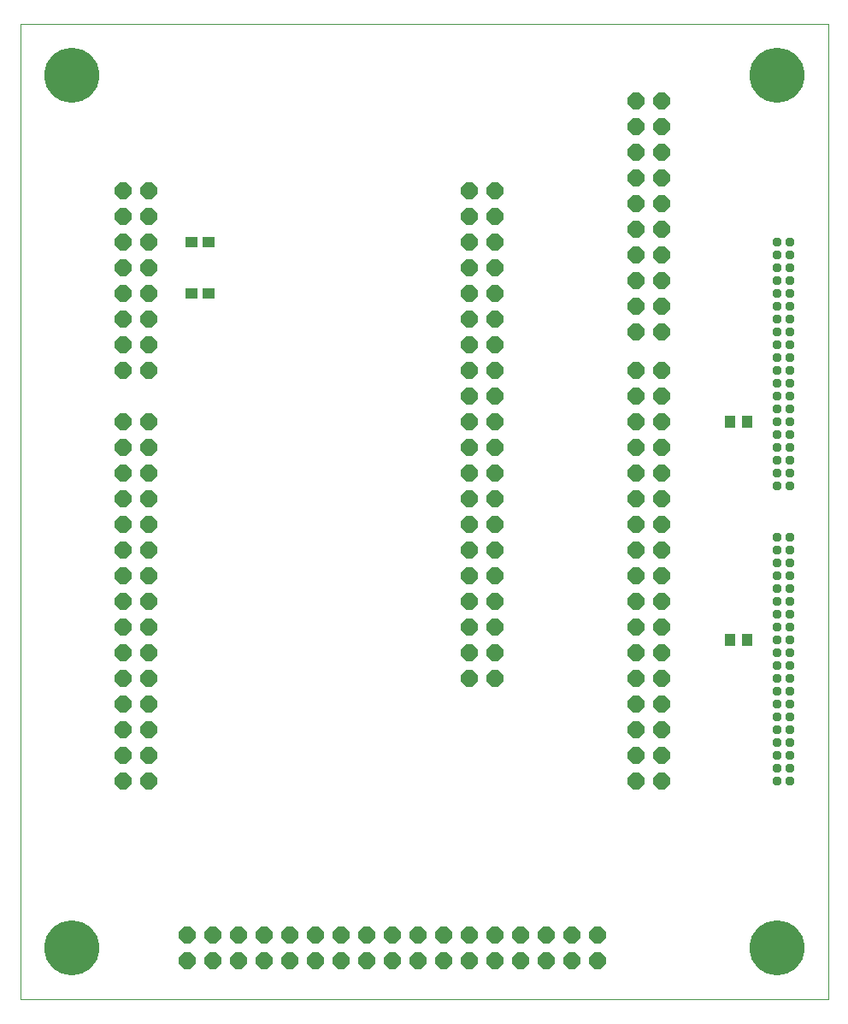
<source format=gts>
G75*
%MOIN*%
%OFA0B0*%
%FSLAX25Y25*%
%IPPOS*%
%LPD*%
%AMOC8*
5,1,8,0,0,1.08239X$1,22.5*
%
%ADD10C,0.00000*%
%ADD11C,0.21400*%
%ADD12OC8,0.03400*%
%ADD13OC8,0.06400*%
%ADD14R,0.04337X0.04731*%
%ADD15R,0.04731X0.04337*%
D10*
X0038933Y0038933D02*
X0038933Y0418933D01*
X0353933Y0418933D01*
X0353933Y0038933D01*
X0038933Y0038933D01*
D11*
X0058933Y0058933D03*
X0333933Y0058933D03*
X0333933Y0398933D03*
X0058933Y0398933D03*
D12*
X0333933Y0333933D03*
X0333933Y0328933D03*
X0333933Y0323933D03*
X0333933Y0318933D03*
X0333933Y0313933D03*
X0338933Y0313933D03*
X0338933Y0318933D03*
X0338933Y0323933D03*
X0338933Y0328933D03*
X0338933Y0333933D03*
X0338933Y0308933D03*
X0338933Y0303933D03*
X0338933Y0298933D03*
X0338933Y0293933D03*
X0338933Y0288933D03*
X0338933Y0283933D03*
X0333933Y0283933D03*
X0333933Y0288933D03*
X0333933Y0293933D03*
X0333933Y0298933D03*
X0333933Y0303933D03*
X0333933Y0308933D03*
X0333933Y0278933D03*
X0333933Y0273933D03*
X0333933Y0268933D03*
X0333933Y0263933D03*
X0333933Y0258933D03*
X0333933Y0253933D03*
X0338933Y0253933D03*
X0338933Y0258933D03*
X0338933Y0263933D03*
X0338933Y0268933D03*
X0338933Y0273933D03*
X0338933Y0278933D03*
X0338933Y0248933D03*
X0338933Y0243933D03*
X0338933Y0238933D03*
X0333933Y0238933D03*
X0333933Y0243933D03*
X0333933Y0248933D03*
X0333933Y0218933D03*
X0338933Y0218933D03*
X0338933Y0213933D03*
X0338933Y0208933D03*
X0338933Y0203933D03*
X0338933Y0198933D03*
X0338933Y0193933D03*
X0338933Y0188933D03*
X0333933Y0188933D03*
X0333933Y0193933D03*
X0333933Y0198933D03*
X0333933Y0203933D03*
X0333933Y0208933D03*
X0333933Y0213933D03*
X0333933Y0183933D03*
X0333933Y0178933D03*
X0333933Y0173933D03*
X0333933Y0168933D03*
X0333933Y0163933D03*
X0333933Y0158933D03*
X0338933Y0158933D03*
X0338933Y0163933D03*
X0338933Y0168933D03*
X0338933Y0173933D03*
X0338933Y0178933D03*
X0338933Y0183933D03*
X0338933Y0153933D03*
X0338933Y0148933D03*
X0338933Y0143933D03*
X0338933Y0138933D03*
X0338933Y0133933D03*
X0338933Y0128933D03*
X0333933Y0128933D03*
X0333933Y0133933D03*
X0333933Y0138933D03*
X0333933Y0143933D03*
X0333933Y0148933D03*
X0333933Y0153933D03*
X0333933Y0123933D03*
X0338933Y0123933D03*
D13*
X0288933Y0123933D03*
X0278933Y0123933D03*
X0278933Y0133933D03*
X0278933Y0143933D03*
X0278933Y0153933D03*
X0288933Y0153933D03*
X0288933Y0143933D03*
X0288933Y0133933D03*
X0288933Y0163933D03*
X0278933Y0163933D03*
X0278933Y0173933D03*
X0278933Y0183933D03*
X0288933Y0183933D03*
X0288933Y0173933D03*
X0288933Y0193933D03*
X0278933Y0193933D03*
X0278933Y0203933D03*
X0278933Y0213933D03*
X0288933Y0213933D03*
X0288933Y0203933D03*
X0288933Y0223933D03*
X0278933Y0223933D03*
X0278933Y0233933D03*
X0278933Y0243933D03*
X0288933Y0243933D03*
X0288933Y0233933D03*
X0288933Y0253933D03*
X0278933Y0253933D03*
X0278933Y0263933D03*
X0278933Y0273933D03*
X0288933Y0273933D03*
X0288933Y0263933D03*
X0288933Y0283933D03*
X0278933Y0283933D03*
X0278933Y0298933D03*
X0278933Y0308933D03*
X0288933Y0308933D03*
X0288933Y0298933D03*
X0288933Y0318933D03*
X0278933Y0318933D03*
X0278933Y0328933D03*
X0278933Y0338933D03*
X0288933Y0338933D03*
X0288933Y0328933D03*
X0288933Y0348933D03*
X0278933Y0348933D03*
X0278933Y0358933D03*
X0278933Y0368933D03*
X0288933Y0368933D03*
X0288933Y0358933D03*
X0288933Y0378933D03*
X0278933Y0378933D03*
X0278933Y0388933D03*
X0288933Y0388933D03*
X0223933Y0353933D03*
X0223933Y0343933D03*
X0223933Y0333933D03*
X0223933Y0323933D03*
X0223933Y0313933D03*
X0223933Y0303933D03*
X0223933Y0293933D03*
X0223933Y0283933D03*
X0223933Y0273933D03*
X0223933Y0263933D03*
X0223933Y0253933D03*
X0223933Y0243933D03*
X0223933Y0233933D03*
X0223933Y0223933D03*
X0223933Y0213933D03*
X0223933Y0203933D03*
X0223933Y0193933D03*
X0223933Y0183933D03*
X0223933Y0173933D03*
X0223933Y0163933D03*
X0213933Y0163933D03*
X0213933Y0173933D03*
X0213933Y0183933D03*
X0213933Y0193933D03*
X0213933Y0203933D03*
X0213933Y0213933D03*
X0213933Y0223933D03*
X0213933Y0233933D03*
X0213933Y0243933D03*
X0213933Y0253933D03*
X0213933Y0263933D03*
X0213933Y0273933D03*
X0213933Y0283933D03*
X0213933Y0293933D03*
X0213933Y0303933D03*
X0213933Y0313933D03*
X0213933Y0323933D03*
X0213933Y0333933D03*
X0213933Y0343933D03*
X0213933Y0353933D03*
X0088933Y0353933D03*
X0088933Y0343933D03*
X0088933Y0333933D03*
X0088933Y0323933D03*
X0088933Y0313933D03*
X0088933Y0303933D03*
X0088933Y0293933D03*
X0088933Y0283933D03*
X0078933Y0283933D03*
X0078933Y0293933D03*
X0078933Y0303933D03*
X0078933Y0313933D03*
X0078933Y0323933D03*
X0078933Y0333933D03*
X0078933Y0343933D03*
X0078933Y0353933D03*
X0078933Y0263933D03*
X0078933Y0253933D03*
X0078933Y0243933D03*
X0078933Y0233933D03*
X0078933Y0223933D03*
X0078933Y0213933D03*
X0078933Y0203933D03*
X0078933Y0193933D03*
X0078933Y0183933D03*
X0078933Y0173933D03*
X0078933Y0163933D03*
X0078933Y0153933D03*
X0078933Y0143933D03*
X0078933Y0133933D03*
X0078933Y0123933D03*
X0088933Y0123933D03*
X0088933Y0133933D03*
X0088933Y0143933D03*
X0088933Y0153933D03*
X0088933Y0163933D03*
X0088933Y0173933D03*
X0088933Y0183933D03*
X0088933Y0193933D03*
X0088933Y0203933D03*
X0088933Y0213933D03*
X0088933Y0223933D03*
X0088933Y0233933D03*
X0088933Y0243933D03*
X0088933Y0253933D03*
X0088933Y0263933D03*
X0103933Y0063933D03*
X0103933Y0053933D03*
X0113933Y0053933D03*
X0113933Y0063933D03*
X0123933Y0063933D03*
X0123933Y0053933D03*
X0133933Y0053933D03*
X0133933Y0063933D03*
X0143933Y0063933D03*
X0143933Y0053933D03*
X0153933Y0053933D03*
X0153933Y0063933D03*
X0163933Y0063933D03*
X0163933Y0053933D03*
X0173933Y0053933D03*
X0173933Y0063933D03*
X0183933Y0063933D03*
X0183933Y0053933D03*
X0193933Y0053933D03*
X0193933Y0063933D03*
X0203933Y0063933D03*
X0203933Y0053933D03*
X0213933Y0053933D03*
X0213933Y0063933D03*
X0223933Y0063933D03*
X0223933Y0053933D03*
X0233933Y0053933D03*
X0233933Y0063933D03*
X0243933Y0063933D03*
X0243933Y0053933D03*
X0253933Y0053933D03*
X0253933Y0063933D03*
X0263933Y0063933D03*
X0263933Y0053933D03*
D14*
X0315587Y0178933D03*
X0322280Y0178933D03*
X0322280Y0263933D03*
X0315587Y0263933D03*
D15*
X0112280Y0313933D03*
X0105587Y0313933D03*
X0105587Y0333933D03*
X0112280Y0333933D03*
M02*

</source>
